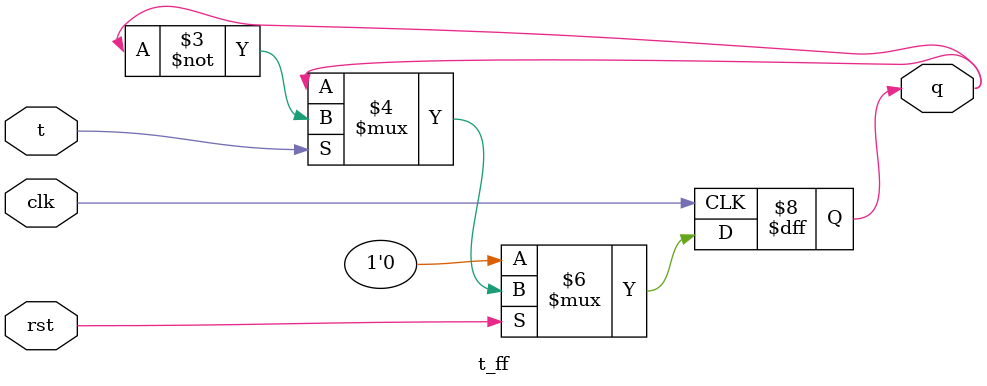
<source format=v>
module t_ff(t,clk,rst,q);
input t,clk,rst;
output reg q; 
always@(posedge clk)begin
if (!rst)q<=0;
else begin
	q<=(t?~q:q);
end
end 
endmodule


/*always@(posedge clk  or posedge rst)begin
	if(~rst)
	begin
		q<=1;
	end
	else
	begin
		q<=~q;*/
	       


</source>
